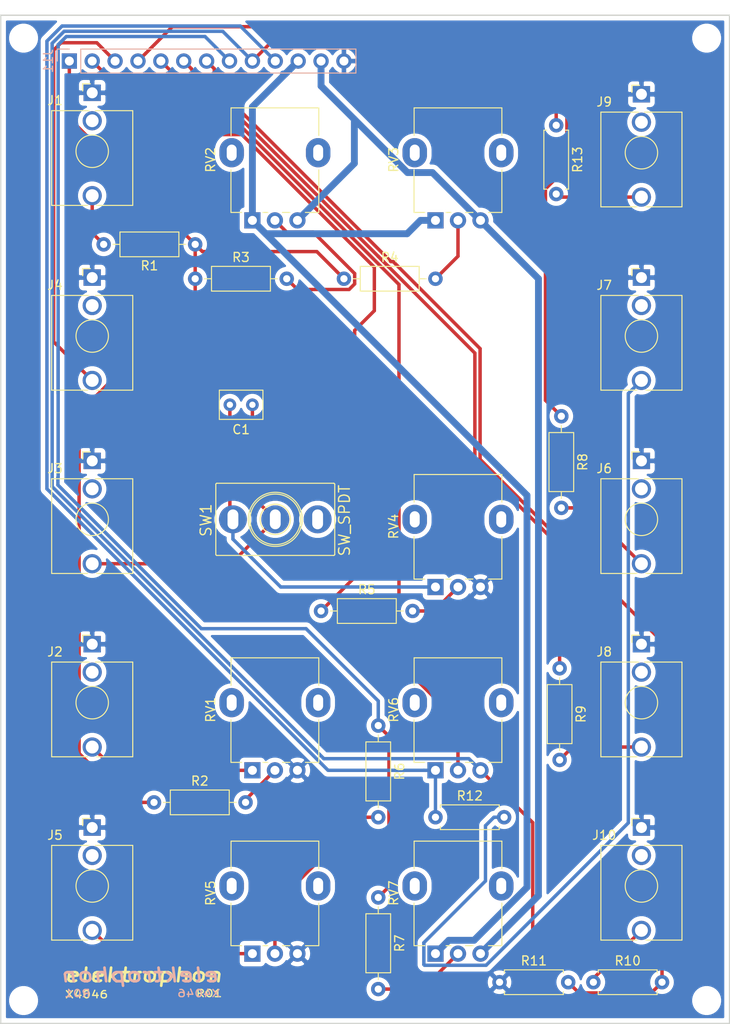
<source format=kicad_pcb>
(kicad_pcb (version 20171130) (host pcbnew 5.1.4-e60b266~84~ubuntu19.04.1)
  (layers (0 F.Cu signal) (31 B.Cu signal) (34 B.Paste user) (35 F.Paste user) (36 B.SilkS user) (37 F.SilkS user) (38 B.Mask user) (39 F.Mask user) (44 Edge.Cuts user))
  (net 0 "")
  (net 1 "Net-(C1-Pad2)")
  (net 2 "Net-(C1-Pad1)")
  (net 3 "Net-(J1-PadT)")
  (net 4 GND)
  (net 5 "Net-(J1-PadTN)")
  (net 6 "Net-(J2-PadT)")
  (net 7 "Net-(J2-PadTN)")
  (net 8 "Net-(J3-PadTN)")
  (net 9 /HARD_SYNC)
  (net 10 "Net-(J4-PadTN)")
  (net 11 "Net-(J5-PadT)")
  (net 12 "Net-(J5-PadTN)")
  (net 13 "Net-(J6-PadT)")
  (net 14 "Net-(J6-PadTN)")
  (net 15 "Net-(J7-PadT)")
  (net 16 "Net-(J7-PadTN)")
  (net 17 "Net-(J8-PadT)")
  (net 18 "Net-(J8-PadTN)")
  (net 19 "Net-(J9-PadT)")
  (net 20 "Net-(J9-PadTN)")
  (net 21 "Net-(J10-PadT)")
  (net 22 "Net-(J10-PadTN)")
  (net 23 -15V)
  (net 24 +15V)
  (net 25 /PULSE)
  (net 26 /SAW)
  (net 27 /RAMPOID)
  (net 28 /TRIANGLE)
  (net 29 /SINE)
  (net 30 /PWM)
  (net 31 /SKEW)
  (net 32 /LIN_FM)
  (net 33 /EXP_FM)
  (net 34 "Net-(R2-Pad2)")
  (net 35 "Net-(R3-Pad2)")
  (net 36 "Net-(R4-Pad2)")
  (net 37 "Net-(R5-Pad2)")
  (net 38 "Net-(R6-Pad2)")
  (net 39 "Net-(R7-Pad2)")
  (net 40 "Net-(SW1-Pad3)")
  (module MountingHole:MountingHole_2.2mm_M2 (layer F.Cu) (at 119 43.18)
    (fp_text reference REF** hide)
    (fp_text value MountingHole_2.2mm_M2 hide)
    (pad 1 np_thru_hole circle (at 0 0) (size 2.2 2.2) (drill 2.2) (layers *.Cu *.Mask))
  )
  (module MountingHole:MountingHole_2.2mm_M2 (layer F.Cu) (at 119 149.86)
    (fp_text reference REF** hide)
    (fp_text value MountingHole_2.2mm_M2 hide)
    (pad 1 np_thru_hole circle (at 0 0) (size 2.2 2.2) (drill 2.2) (layers *.Cu *.Mask))
  )
  (module MountingHole:MountingHole_2.2mm_M2 (layer F.Cu) (at 43.18 149.86)
    (fp_text reference REF** hide)
    (fp_text value MountingHole_2.2mm_M2 hide)
    (pad 1 np_thru_hole circle (at 0 0) (size 2.2 2.2) (drill 2.2) (layers *.Cu *.Mask))
  )
  (module MountingHole:MountingHole_2.2mm_M2 (layer F.Cu) (at 43.18 43.18)
    (fp_text reference REF** hide)
    (fp_text value MountingHole_2.2mm_M2 hide)
    (pad 1 np_thru_hole circle (at 0 0) (size 2.2 2.2) (drill 2.2) (layers *.Cu *.Mask))
  )
  (module Capacitor_THT:C_Rect_L4.6mm_W3.0mm_P2.50mm_MKS02_FKP02 (layer F.Cu) (at 68.58 83.82 180)
    (fp_text reference C1 (at 1.25 -2.75) (layer F.SilkS))
    (fp_text value 0.22u)
    (pad 2 thru_hole circle (at 2.5 0 180) (size 1.4 1.4) (drill 0.7) (layers *.Cu *.Mask) (net 1 "Net-(C1-Pad2)"))
    (pad 1 thru_hole circle (at 0 0 180) (size 1.4 1.4) (drill 0.7) (layers *.Cu *.Mask) (net 2 "Net-(C1-Pad1)"))
  )
  (module 4ms-footprints:SPDT_KIT (layer F.Cu) (at 71.12 96.52 90)
    (fp_text reference SW1 (at -2.032 -6.985 90) (layer F.SilkS) (effects (font (size 1.2065 1.2065) (thickness 0.1524)) (justify left bottom)))
    (fp_text value SW_SPDT (at -4.191 8.382 90) (layer F.SilkS) (effects (font (size 1.2065 1.2065) (thickness 0.1524)) (justify left bottom)))
    (pad 1 thru_hole circle (at 0 -4.7 90) (size 3.1 3.1) (drill oval 2.2 1.2) (layers *.Cu *.Mask) (net 1 "Net-(C1-Pad2)"))
    (pad 2 thru_hole circle (at 0 0 90) (size 3.1 3.1) (drill oval 2.2 1.2) (layers *.Cu *.Mask) (net 2 "Net-(C1-Pad1)"))
    (pad 3 thru_hole circle (at 0 4.7 90) (size 3.1 3.1) (drill oval 2.2 1.2) (layers *.Cu *.Mask) (net 40 "Net-(SW1-Pad3)"))
  )
  (module Resistor_THT:R_Axial_DIN0207_L6.3mm_D2.5mm_P10.16mm_Horizontal (layer F.Cu) (at 102.68 113.03 270)
    (fp_text reference R9 (at 5.08 -2.37 90) (layer F.SilkS))
    (fp_text value 1k)
    (pad 2 thru_hole oval (at 10.16 0 270) (size 1.6 1.6) (drill 0.8) (layers *.Cu *.Mask) (net 17 "Net-(J8-PadT)"))
    (pad 1 thru_hole circle (at 0 0 270) (size 1.6 1.6) (drill 0.8) (layers *.Cu *.Mask) (net 27 /RAMPOID))
  )
  (module Resistor_THT:R_Axial_DIN0207_L6.3mm_D2.5mm_P10.16mm_Horizontal (layer F.Cu) (at 102.87 85.09 270)
    (fp_text reference R8 (at 5.08 -2.37 90) (layer F.SilkS))
    (fp_text value 1k)
    (pad 2 thru_hole oval (at 10.16 0 270) (size 1.6 1.6) (drill 0.8) (layers *.Cu *.Mask) (net 13 "Net-(J6-PadT)"))
    (pad 1 thru_hole circle (at 0 0 270) (size 1.6 1.6) (drill 0.8) (layers *.Cu *.Mask) (net 29 /SINE))
  )
  (module Resistor_THT:R_Axial_DIN0207_L6.3mm_D2.5mm_P10.16mm_Horizontal (layer F.Cu) (at 82.55 138.43 270)
    (fp_text reference R7 (at 5.08 -2.37 90) (layer F.SilkS))
    (fp_text value 330k)
    (pad 2 thru_hole oval (at 10.16 0 270) (size 1.6 1.6) (drill 0.8) (layers *.Cu *.Mask) (net 39 "Net-(R7-Pad2)"))
    (pad 1 thru_hole circle (at 0 0 270) (size 1.6 1.6) (drill 0.8) (layers *.Cu *.Mask) (net 30 /PWM))
  )
  (module Resistor_THT:R_Axial_DIN0207_L6.3mm_D2.5mm_P10.16mm_Horizontal (layer F.Cu) (at 82.55 119.38 270)
    (fp_text reference R6 (at 5.08 -2.37 90) (layer F.SilkS))
    (fp_text value 100k)
    (pad 2 thru_hole oval (at 10.16 0 270) (size 1.6 1.6) (drill 0.8) (layers *.Cu *.Mask) (net 38 "Net-(R6-Pad2)"))
    (pad 1 thru_hole circle (at 0 0 270) (size 1.6 1.6) (drill 0.8) (layers *.Cu *.Mask) (net 30 /PWM))
  )
  (module Resistor_THT:R_Axial_DIN0207_L6.3mm_D2.5mm_P10.16mm_Horizontal (layer F.Cu) (at 76.2 106.68)
    (fp_text reference R5 (at 5.08 -2.37) (layer F.SilkS))
    (fp_text value 100k)
    (pad 2 thru_hole oval (at 10.16 0) (size 1.6 1.6) (drill 0.8) (layers *.Cu *.Mask) (net 37 "Net-(R5-Pad2)"))
    (pad 1 thru_hole circle (at 0 0) (size 1.6 1.6) (drill 0.8) (layers *.Cu *.Mask) (net 32 /LIN_FM))
  )
  (module Resistor_THT:R_Axial_DIN0207_L6.3mm_D2.5mm_P10.16mm_Horizontal (layer F.Cu) (at 78.74 69.85)
    (fp_text reference R4 (at 5.08 -2.37) (layer F.SilkS))
    (fp_text value 3M3)
    (pad 2 thru_hole oval (at 10.16 0) (size 1.6 1.6) (drill 0.8) (layers *.Cu *.Mask) (net 36 "Net-(R4-Pad2)"))
    (pad 1 thru_hole circle (at 0 0) (size 1.6 1.6) (drill 0.8) (layers *.Cu *.Mask) (net 33 /EXP_FM))
  )
  (module Resistor_THT:R_Axial_DIN0207_L6.3mm_D2.5mm_P10.16mm_Horizontal (layer F.Cu) (at 62.23 69.85)
    (fp_text reference R3 (at 5.08 -2.37) (layer F.SilkS))
    (fp_text value 100k)
    (pad 2 thru_hole oval (at 10.16 0) (size 1.6 1.6) (drill 0.8) (layers *.Cu *.Mask) (net 35 "Net-(R3-Pad2)"))
    (pad 1 thru_hole circle (at 0 0) (size 1.6 1.6) (drill 0.8) (layers *.Cu *.Mask) (net 33 /EXP_FM))
  )
  (module Resistor_THT:R_Axial_DIN0207_L6.3mm_D2.5mm_P10.16mm_Horizontal (layer F.Cu) (at 57.660001 127.895001)
    (fp_text reference R2 (at 5.08 -2.37) (layer F.SilkS))
    (fp_text value 100k)
    (pad 2 thru_hole oval (at 10.16 0) (size 1.6 1.6) (drill 0.8) (layers *.Cu *.Mask) (net 34 "Net-(R2-Pad2)"))
    (pad 1 thru_hole circle (at 0 0) (size 1.6 1.6) (drill 0.8) (layers *.Cu *.Mask) (net 33 /EXP_FM))
  )
  (module Resistor_THT:R_Axial_DIN0207_L6.3mm_D2.5mm_P10.16mm_Horizontal (layer F.Cu) (at 62.23 66.04 180)
    (fp_text reference R1 (at 5.08 -2.37) (layer F.SilkS))
    (fp_text value 100k)
    (pad 2 thru_hole oval (at 10.16 0 180) (size 1.6 1.6) (drill 0.8) (layers *.Cu *.Mask) (net 3 "Net-(J1-PadT)"))
    (pad 1 thru_hole circle (at 0 0 180) (size 1.6 1.6) (drill 0.8) (layers *.Cu *.Mask) (net 33 /EXP_FM))
  )
  (module elektrophon:Potentiometer_Alpha_RD901F-40-00D_Single_Vertical (layer F.Cu) (at 91.44 55.88 90)
    (fp_text reference RV3 (at -0.79 -7.18 270) (layer F.SilkS))
    (fp_text value 100k)
    (pad "" thru_hole oval (at 0 -4.84 180) (size 2.72 3.24) (drill oval 1.1 1.8) (layers *.Cu *.Mask))
    (pad "" thru_hole oval (at 0 4.76 180) (size 2.72 3.24) (drill oval 1.1 1.8) (layers *.Cu *.Mask))
    (pad 3 thru_hole circle (at -7.5 2.46 180) (size 1.8 1.8) (drill 1) (layers *.Cu *.Mask) (net 23 -15V))
    (pad 2 thru_hole circle (at -7.5 -0.04 180) (size 1.8 1.8) (drill 1) (layers *.Cu *.Mask) (net 36 "Net-(R4-Pad2)"))
    (pad 1 thru_hole rect (at -7.5 -2.54 180) (size 1.8 1.8) (drill 1) (layers *.Cu *.Mask) (net 24 +15V))
  )
  (module elektrophon:Jack_3.5mm_QingPu_WQP-PJ398SM_Vertical_CircularHoles (layer F.Cu) (at 111.76 137.16)
    (fp_text reference J10 (at -4.13 -5.63) (layer F.SilkS))
    (fp_text value AudioJack2_SwitchT)
    (pad TN thru_hole circle (at 0 -3.38 180) (size 2.13 2.13) (drill 1.42) (layers *.Cu *.Mask) (net 22 "Net-(J10-PadTN)"))
    (pad S thru_hole rect (at 0 -6.48 180) (size 1.93 1.83) (drill 1.22) (layers *.Cu *.Mask) (net 4 GND))
    (pad T thru_hole circle (at 0 4.92 180) (size 2.13 2.13) (drill 1.43) (layers *.Cu *.Mask) (net 21 "Net-(J10-PadT)"))
  )
  (module elektrophon:Jack_3.5mm_QingPu_WQP-PJ398SM_Vertical_CircularHoles (layer F.Cu) (at 111.76 55.88)
    (fp_text reference J9 (at -4.13 -5.63) (layer F.SilkS))
    (fp_text value AudioJack2_SwitchT)
    (pad TN thru_hole circle (at 0 -3.38 180) (size 2.13 2.13) (drill 1.42) (layers *.Cu *.Mask) (net 20 "Net-(J9-PadTN)"))
    (pad S thru_hole rect (at 0 -6.48 180) (size 1.93 1.83) (drill 1.22) (layers *.Cu *.Mask) (net 4 GND))
    (pad T thru_hole circle (at 0 4.92 180) (size 2.13 2.13) (drill 1.43) (layers *.Cu *.Mask) (net 19 "Net-(J9-PadT)"))
  )
  (module elektrophon:Jack_3.5mm_QingPu_WQP-PJ398SM_Vertical_CircularHoles (layer F.Cu) (at 111.76 116.84)
    (fp_text reference J8 (at -4.13 -5.63) (layer F.SilkS))
    (fp_text value AudioJack2_SwitchT)
    (pad TN thru_hole circle (at 0 -3.38 180) (size 2.13 2.13) (drill 1.42) (layers *.Cu *.Mask) (net 18 "Net-(J8-PadTN)"))
    (pad S thru_hole rect (at 0 -6.48 180) (size 1.93 1.83) (drill 1.22) (layers *.Cu *.Mask) (net 4 GND))
    (pad T thru_hole circle (at 0 4.92 180) (size 2.13 2.13) (drill 1.43) (layers *.Cu *.Mask) (net 17 "Net-(J8-PadT)"))
  )
  (module elektrophon:Jack_3.5mm_QingPu_WQP-PJ398SM_Vertical_CircularHoles (layer F.Cu) (at 111.76 76.2)
    (fp_text reference J7 (at -4.13 -5.63) (layer F.SilkS))
    (fp_text value AudioJack2_SwitchT)
    (pad TN thru_hole circle (at 0 -3.38 180) (size 2.13 2.13) (drill 1.42) (layers *.Cu *.Mask) (net 16 "Net-(J7-PadTN)"))
    (pad S thru_hole rect (at 0 -6.48 180) (size 1.93 1.83) (drill 1.22) (layers *.Cu *.Mask) (net 4 GND))
    (pad T thru_hole circle (at 0 4.92 180) (size 2.13 2.13) (drill 1.43) (layers *.Cu *.Mask) (net 15 "Net-(J7-PadT)"))
  )
  (module elektrophon:Jack_3.5mm_QingPu_WQP-PJ398SM_Vertical_CircularHoles (layer F.Cu) (at 111.76 96.52)
    (fp_text reference J6 (at -4.13 -5.63) (layer F.SilkS))
    (fp_text value AudioJack2_SwitchT)
    (pad TN thru_hole circle (at 0 -3.38 180) (size 2.13 2.13) (drill 1.42) (layers *.Cu *.Mask) (net 14 "Net-(J6-PadTN)"))
    (pad S thru_hole rect (at 0 -6.48 180) (size 1.93 1.83) (drill 1.22) (layers *.Cu *.Mask) (net 4 GND))
    (pad T thru_hole circle (at 0 4.92 180) (size 2.13 2.13) (drill 1.43) (layers *.Cu *.Mask) (net 13 "Net-(J6-PadT)"))
  )
  (module elektrophon:Jack_3.5mm_QingPu_WQP-PJ398SM_Vertical_CircularHoles (layer F.Cu) (at 50.8 137.16)
    (fp_text reference J5 (at -4.13 -5.63) (layer F.SilkS))
    (fp_text value AudioJack2_SwitchT)
    (pad TN thru_hole circle (at 0 -3.38 180) (size 2.13 2.13) (drill 1.42) (layers *.Cu *.Mask) (net 12 "Net-(J5-PadTN)"))
    (pad S thru_hole rect (at 0 -6.48 180) (size 1.93 1.83) (drill 1.22) (layers *.Cu *.Mask) (net 4 GND))
    (pad T thru_hole circle (at 0 4.92 180) (size 2.13 2.13) (drill 1.43) (layers *.Cu *.Mask) (net 11 "Net-(J5-PadT)"))
  )
  (module elektrophon:Jack_3.5mm_QingPu_WQP-PJ398SM_Vertical_CircularHoles (layer F.Cu) (at 50.8 76.2)
    (fp_text reference J4 (at -4.13 -5.63) (layer F.SilkS))
    (fp_text value AudioJack2_SwitchT)
    (pad TN thru_hole circle (at 0 -3.38 180) (size 2.13 2.13) (drill 1.42) (layers *.Cu *.Mask) (net 10 "Net-(J4-PadTN)"))
    (pad S thru_hole rect (at 0 -6.48 180) (size 1.93 1.83) (drill 1.22) (layers *.Cu *.Mask) (net 4 GND))
    (pad T thru_hole circle (at 0 4.92 180) (size 2.13 2.13) (drill 1.43) (layers *.Cu *.Mask) (net 9 /HARD_SYNC))
  )
  (module elektrophon:Jack_3.5mm_QingPu_WQP-PJ398SM_Vertical_CircularHoles (layer F.Cu) (at 50.8 96.52)
    (fp_text reference J3 (at -4.13 -5.63) (layer F.SilkS))
    (fp_text value AudioJack2_SwitchT)
    (pad TN thru_hole circle (at 0 -3.38 180) (size 2.13 2.13) (drill 1.42) (layers *.Cu *.Mask) (net 8 "Net-(J3-PadTN)"))
    (pad S thru_hole rect (at 0 -6.48 180) (size 1.93 1.83) (drill 1.22) (layers *.Cu *.Mask) (net 4 GND))
    (pad T thru_hole circle (at 0 4.92 180) (size 2.13 2.13) (drill 1.43) (layers *.Cu *.Mask) (net 2 "Net-(C1-Pad1)"))
  )
  (module elektrophon:Jack_3.5mm_QingPu_WQP-PJ398SM_Vertical_CircularHoles (layer F.Cu) (at 50.8 116.84)
    (fp_text reference J2 (at -4.13 -5.63) (layer F.SilkS))
    (fp_text value AudioJack2_SwitchT)
    (pad TN thru_hole circle (at 0 -3.38 180) (size 2.13 2.13) (drill 1.42) (layers *.Cu *.Mask) (net 7 "Net-(J2-PadTN)"))
    (pad S thru_hole rect (at 0 -6.48 180) (size 1.93 1.83) (drill 1.22) (layers *.Cu *.Mask) (net 4 GND))
    (pad T thru_hole circle (at 0 4.92 180) (size 2.13 2.13) (drill 1.43) (layers *.Cu *.Mask) (net 6 "Net-(J2-PadT)"))
  )
  (module elektrophon:Jack_3.5mm_QingPu_WQP-PJ398SM_Vertical_CircularHoles (layer F.Cu) (at 50.8 55.72)
    (fp_text reference J1 (at -4.13 -5.63) (layer F.SilkS))
    (fp_text value AudioJack2_SwitchT)
    (pad TN thru_hole circle (at 0 -3.38 180) (size 2.13 2.13) (drill 1.42) (layers *.Cu *.Mask) (net 5 "Net-(J1-PadTN)"))
    (pad S thru_hole rect (at 0 -6.48 180) (size 1.93 1.83) (drill 1.22) (layers *.Cu *.Mask) (net 4 GND))
    (pad T thru_hole circle (at 0 4.92 180) (size 2.13 2.13) (drill 1.43) (layers *.Cu *.Mask) (net 3 "Net-(J1-PadT)"))
  )
  (module elektrophon:Potentiometer_Alpha_RD901F-40-00D_Single_Vertical (layer F.Cu) (at 91.44 137.16 90)
    (fp_text reference RV7 (at -0.79 -7.18 270) (layer F.SilkS))
    (fp_text value 500k)
    (pad "" thru_hole oval (at 0 -4.84 180) (size 2.72 3.24) (drill oval 1.1 1.8) (layers *.Cu *.Mask))
    (pad "" thru_hole oval (at 0 4.76 180) (size 2.72 3.24) (drill oval 1.1 1.8) (layers *.Cu *.Mask))
    (pad 3 thru_hole circle (at -7.5 2.46 180) (size 1.8 1.8) (drill 1) (layers *.Cu *.Mask) (net 23 -15V))
    (pad 2 thru_hole circle (at -7.5 -0.04 180) (size 1.8 1.8) (drill 1) (layers *.Cu *.Mask) (net 39 "Net-(R7-Pad2)"))
    (pad 1 thru_hole rect (at -7.5 -2.54 180) (size 1.8 1.8) (drill 1) (layers *.Cu *.Mask) (net 24 +15V))
  )
  (module elektrophon:Potentiometer_Alpha_RD901F-40-00D_Single_Vertical (layer F.Cu) (at 91.44 116.84 90)
    (fp_text reference RV6 (at -0.79 -7.18 270) (layer F.SilkS))
    (fp_text value 500k)
    (pad "" thru_hole oval (at 0 -4.84 180) (size 2.72 3.24) (drill oval 1.1 1.8) (layers *.Cu *.Mask))
    (pad "" thru_hole oval (at 0 4.76 180) (size 2.72 3.24) (drill oval 1.1 1.8) (layers *.Cu *.Mask))
    (pad 3 thru_hole circle (at -7.5 2.46 180) (size 1.8 1.8) (drill 1) (layers *.Cu *.Mask) (net 26 /SAW))
    (pad 2 thru_hole circle (at -7.5 -0.04 180) (size 1.8 1.8) (drill 1) (layers *.Cu *.Mask) (net 31 /SKEW))
    (pad 1 thru_hole rect (at -7.5 -2.54 180) (size 1.8 1.8) (drill 1) (layers *.Cu *.Mask) (net 28 /TRIANGLE))
  )
  (module elektrophon:Potentiometer_Alpha_RD901F-40-00D_Single_Vertical (layer F.Cu) (at 71.12 137.16 90)
    (fp_text reference RV5 (at -0.79 -7.18 270) (layer F.SilkS))
    (fp_text value 100k)
    (pad "" thru_hole oval (at 0 -4.84 180) (size 2.72 3.24) (drill oval 1.1 1.8) (layers *.Cu *.Mask))
    (pad "" thru_hole oval (at 0 4.76 180) (size 2.72 3.24) (drill oval 1.1 1.8) (layers *.Cu *.Mask))
    (pad 3 thru_hole circle (at -7.5 2.46 180) (size 1.8 1.8) (drill 1) (layers *.Cu *.Mask) (net 4 GND))
    (pad 2 thru_hole circle (at -7.5 -0.04 180) (size 1.8 1.8) (drill 1) (layers *.Cu *.Mask) (net 38 "Net-(R6-Pad2)"))
    (pad 1 thru_hole rect (at -7.5 -2.54 180) (size 1.8 1.8) (drill 1) (layers *.Cu *.Mask) (net 11 "Net-(J5-PadT)"))
  )
  (module elektrophon:Potentiometer_Alpha_RD901F-40-00D_Single_Vertical (layer F.Cu) (at 91.44 96.52 90)
    (fp_text reference RV4 (at -0.79 -7.18 270) (layer F.SilkS))
    (fp_text value 100k)
    (pad "" thru_hole oval (at 0 -4.84 180) (size 2.72 3.24) (drill oval 1.1 1.8) (layers *.Cu *.Mask))
    (pad "" thru_hole oval (at 0 4.76 180) (size 2.72 3.24) (drill oval 1.1 1.8) (layers *.Cu *.Mask))
    (pad 3 thru_hole circle (at -7.5 2.46 180) (size 1.8 1.8) (drill 1) (layers *.Cu *.Mask) (net 4 GND))
    (pad 2 thru_hole circle (at -7.5 -0.04 180) (size 1.8 1.8) (drill 1) (layers *.Cu *.Mask) (net 37 "Net-(R5-Pad2)"))
    (pad 1 thru_hole rect (at -7.5 -2.54 180) (size 1.8 1.8) (drill 1) (layers *.Cu *.Mask) (net 1 "Net-(C1-Pad2)"))
  )
  (module elektrophon:Potentiometer_Alpha_RD901F-40-00D_Single_Vertical (layer F.Cu) (at 71.12 55.88 90)
    (fp_text reference RV2 (at -0.79 -7.18 270) (layer F.SilkS))
    (fp_text value 100k)
    (pad "" thru_hole oval (at 0 -4.84 180) (size 2.72 3.24) (drill oval 1.1 1.8) (layers *.Cu *.Mask))
    (pad "" thru_hole oval (at 0 4.76 180) (size 2.72 3.24) (drill oval 1.1 1.8) (layers *.Cu *.Mask))
    (pad 3 thru_hole circle (at -7.5 2.46 180) (size 1.8 1.8) (drill 1) (layers *.Cu *.Mask) (net 23 -15V))
    (pad 2 thru_hole circle (at -7.5 -0.04 180) (size 1.8 1.8) (drill 1) (layers *.Cu *.Mask) (net 35 "Net-(R3-Pad2)"))
    (pad 1 thru_hole rect (at -7.5 -2.54 180) (size 1.8 1.8) (drill 1) (layers *.Cu *.Mask) (net 24 +15V))
  )
  (module elektrophon:Potentiometer_Alpha_RD901F-40-00D_Single_Vertical (layer F.Cu) (at 71.12 116.84 90)
    (fp_text reference RV1 (at -0.79 -7.18 270) (layer F.SilkS))
    (fp_text value 100k)
    (pad "" thru_hole oval (at 0 -4.84 180) (size 2.72 3.24) (drill oval 1.1 1.8) (layers *.Cu *.Mask))
    (pad "" thru_hole oval (at 0 4.76 180) (size 2.72 3.24) (drill oval 1.1 1.8) (layers *.Cu *.Mask))
    (pad 3 thru_hole circle (at -7.5 2.46 180) (size 1.8 1.8) (drill 1) (layers *.Cu *.Mask) (net 4 GND))
    (pad 2 thru_hole circle (at -7.5 -0.04 180) (size 1.8 1.8) (drill 1) (layers *.Cu *.Mask) (net 34 "Net-(R2-Pad2)"))
    (pad 1 thru_hole rect (at -7.5 -2.54 180) (size 1.8 1.8) (drill 1) (layers *.Cu *.Mask) (net 6 "Net-(J2-PadT)"))
  )
  (module Connector_PinHeader_2.54mm:PinHeader_1x13_P2.54mm_Vertical (layer B.Cu) (at 48.26 45.72 270)
    (fp_text reference J11 (at 0 2.33 90) (layer B.SilkS) (effects (justify mirror)))
    (fp_text value Conn_01x13_Male)
    (pad 13 thru_hole oval (at 0 -30.48 270) (size 1.7 1.7) (drill 1) (layers *.Cu *.Mask) (net 4 GND))
    (pad 12 thru_hole oval (at 0 -27.94 270) (size 1.7 1.7) (drill 1) (layers *.Cu *.Mask) (net 23 -15V))
    (pad 11 thru_hole oval (at 0 -25.4 270) (size 1.7 1.7) (drill 1) (layers *.Cu *.Mask) (net 24 +15V))
    (pad 10 thru_hole oval (at 0 -22.86 270) (size 1.7 1.7) (drill 1) (layers *.Cu *.Mask) (net 28 /TRIANGLE))
    (pad 9 thru_hole oval (at 0 -20.32 270) (size 1.7 1.7) (drill 1) (layers *.Cu *.Mask) (net 26 /SAW))
    (pad 8 thru_hole oval (at 0 -17.78 270) (size 1.7 1.7) (drill 1) (layers *.Cu *.Mask) (net 30 /PWM))
    (pad 7 thru_hole oval (at 0 -15.24 270) (size 1.7 1.7) (drill 1) (layers *.Cu *.Mask) (net 25 /PULSE))
    (pad 6 thru_hole oval (at 0 -12.7 270) (size 1.7 1.7) (drill 1) (layers *.Cu *.Mask) (net 27 /RAMPOID))
    (pad 5 thru_hole oval (at 0 -10.16 270) (size 1.7 1.7) (drill 1) (layers *.Cu *.Mask) (net 31 /SKEW))
    (pad 4 thru_hole oval (at 0 -7.62 270) (size 1.7 1.7) (drill 1) (layers *.Cu *.Mask) (net 29 /SINE))
    (pad 3 thru_hole oval (at 0 -5.08 270) (size 1.7 1.7) (drill 1) (layers *.Cu *.Mask) (net 9 /HARD_SYNC))
    (pad 2 thru_hole oval (at 0 -2.54 270) (size 1.7 1.7) (drill 1) (layers *.Cu *.Mask) (net 32 /LIN_FM))
    (pad 1 thru_hole rect (at 0 0 270) (size 1.7 1.7) (drill 1) (layers *.Cu *.Mask) (net 33 /EXP_FM))
  )
  (module Resistor_THT:R_Axial_DIN0207_L6.3mm_D2.5mm_P7.62mm_Horizontal (layer F.Cu) (at 106.426 147.828)
    (fp_text reference R10 (at 3.81 -2.37) (layer F.SilkS))
    (fp_text value 3k)
    (pad 2 thru_hole oval (at 7.62 0) (size 1.6 1.6) (drill 0.8) (layers *.Cu *.Mask) (net 25 /PULSE))
    (pad 1 thru_hole circle (at 0 0) (size 1.6 1.6) (drill 0.8) (layers *.Cu *.Mask) (net 21 "Net-(J10-PadT)"))
  )
  (module Resistor_THT:R_Axial_DIN0207_L6.3mm_D2.5mm_P7.62mm_Horizontal (layer F.Cu) (at 96.012 147.828)
    (fp_text reference R11 (at 3.81 -2.37) (layer F.SilkS))
    (fp_text value 1k8)
    (pad 2 thru_hole oval (at 7.62 0) (size 1.6 1.6) (drill 0.8) (layers *.Cu *.Mask) (net 25 /PULSE))
    (pad 1 thru_hole circle (at 0 0) (size 1.6 1.6) (drill 0.8) (layers *.Cu *.Mask) (net 4 GND))
  )
  (module Resistor_THT:R_Axial_DIN0207_L6.3mm_D2.5mm_P7.62mm_Horizontal (layer F.Cu) (at 88.9 129.54)
    (fp_text reference R12 (at 3.81 -2.37) (layer F.SilkS))
    (fp_text value 1k)
    (pad 2 thru_hole oval (at 7.62 0) (size 1.6 1.6) (drill 0.8) (layers *.Cu *.Mask) (net 15 "Net-(J7-PadT)"))
    (pad 1 thru_hole circle (at 0 0) (size 1.6 1.6) (drill 0.8) (layers *.Cu *.Mask) (net 28 /TRIANGLE))
  )
  (module Resistor_THT:R_Axial_DIN0207_L6.3mm_D2.5mm_P7.62mm_Horizontal (layer F.Cu) (at 102.3 52.84 270)
    (fp_text reference R13 (at 3.81 -2.37 90) (layer F.SilkS))
    (fp_text value 1k)
    (pad 2 thru_hole oval (at 7.62 0 270) (size 1.6 1.6) (drill 0.8) (layers *.Cu *.Mask) (net 19 "Net-(J9-PadT)"))
    (pad 1 thru_hole circle (at 0 0 270) (size 1.6 1.6) (drill 0.8) (layers *.Cu *.Mask) (net 26 /SAW))
  )
  (gr_text R01 (at 63.769 149.067) (layer F.SilkS) (effects (font (size 0.8 1))))
  (gr_text elektrophon (at 56.149 147.035) (layer B.SilkS) (effects (font (size 1.5 2) (thickness 0.3) italic) (justify mirror)))
  (gr_text X4046 (at 50.18 149.194) (layer F.SilkS) (effects (font (size 0.8 1))))
  (gr_text R01 (at 49.164 149.067) (layer B.SilkS) (effects (font (size 0.8 1)) (justify mirror)))
  (gr_text elektrophon (at 56.53 147.035) (layer F.SilkS) (effects (font (size 1.5 2) (thickness 0.3) italic)))
  (gr_text X4046 (at 62.626 149.067) (layer B.SilkS) (effects (font (size 0.8 1)) (justify mirror)))
  (gr_line (start 40.64 152.4) (end 40.64 40.64) (layer Edge.Cuts) (width 0.15))
  (gr_line (start 40.64 152.4) (end 121.54 152.4) (layer Edge.Cuts) (width 0.15))
  (gr_line (start 121.54 40.64) (end 121.54 152.4) (layer Edge.Cuts) (width 0.15))
  (gr_line (start 40.64 40.64) (end 121.54 40.64) (layer Edge.Cuts) (width 0.15))
  (segment (start 66.08 96.18) (end 66.42 96.52) (width 0.381) (layer F.Cu) (net 1))
  (segment (start 66.08 83.82) (end 66.08 96.18) (width 0.381) (layer F.Cu) (net 1))
  (segment (start 87.619 104.02) (end 88.9 104.02) (width 0.381) (layer B.Cu) (net 1))
  (segment (start 71.727969 104.02) (end 87.619 104.02) (width 0.381) (layer B.Cu) (net 1))
  (segment (start 66.42 98.712031) (end 71.727969 104.02) (width 0.381) (layer B.Cu) (net 1))
  (segment (start 66.42 96.52) (end 66.42 98.712031) (width 0.381) (layer B.Cu) (net 1))
  (segment (start 68.58 93.98) (end 71.12 96.52) (width 0.381) (layer F.Cu) (net 2))
  (segment (start 68.58 83.82) (end 68.58 93.98) (width 0.381) (layer F.Cu) (net 2))
  (segment (start 66.2 101.44) (end 50.8 101.44) (width 0.381) (layer F.Cu) (net 2))
  (segment (start 71.12 96.52) (end 66.2 101.44) (width 0.381) (layer F.Cu) (net 2))
  (segment (start 50.8 64.77) (end 50.8 60.64) (width 0.381) (layer F.Cu) (net 3))
  (segment (start 52.07 66.04) (end 50.8 64.77) (width 0.381) (layer F.Cu) (net 3))
  (segment (start 53.38 124.34) (end 50.8 121.76) (width 0.381) (layer F.Cu) (net 6))
  (segment (start 68.58 124.34) (end 53.38 124.34) (width 0.381) (layer F.Cu) (net 6))
  (segment (start 49.735001 80.055001) (end 50.8 81.12) (width 0.381) (layer F.Cu) (net 9))
  (segment (start 51.31 43.69) (end 47.34 43.69) (width 0.381) (layer F.Cu) (net 9))
  (segment (start 53.34 45.72) (end 51.31 43.69) (width 0.381) (layer F.Cu) (net 9))
  (segment (start 47.34 43.69) (end 46.52 44.51) (width 0.381) (layer F.Cu) (net 9))
  (segment (start 46.52 76.84) (end 49.735001 80.055001) (width 0.381) (layer F.Cu) (net 9))
  (segment (start 46.52 44.51) (end 46.52 76.84) (width 0.381) (layer F.Cu) (net 9))
  (segment (start 53.38 144.66) (end 50.8 142.08) (width 0.381) (layer F.Cu) (net 11))
  (segment (start 68.58 144.66) (end 53.38 144.66) (width 0.381) (layer F.Cu) (net 11))
  (segment (start 105.57 95.25) (end 104.00137 95.25) (width 0.381) (layer F.Cu) (net 13))
  (segment (start 111.76 101.44) (end 105.57 95.25) (width 0.381) (layer F.Cu) (net 13))
  (segment (start 104.00137 95.25) (end 102.87 95.25) (width 0.381) (layer F.Cu) (net 13))
  (segment (start 110.304499 82.575501) (end 110.695001 82.184999) (width 0.381) (layer B.Cu) (net 15))
  (segment (start 94.519441 145.950501) (end 110.304499 130.165443) (width 0.381) (layer B.Cu) (net 15))
  (segment (start 87.687599 145.950501) (end 94.519441 145.950501) (width 0.381) (layer B.Cu) (net 15))
  (segment (start 87.609499 145.872401) (end 87.687599 145.950501) (width 0.381) (layer B.Cu) (net 15))
  (segment (start 87.609499 143.447599) (end 87.609499 145.872401) (width 0.381) (layer B.Cu) (net 15))
  (segment (start 94.44949 136.607608) (end 87.609499 143.447599) (width 0.381) (layer B.Cu) (net 15))
  (segment (start 110.695001 82.184999) (end 111.76 81.12) (width 0.381) (layer B.Cu) (net 15))
  (segment (start 110.304499 130.165443) (end 110.304499 82.575501) (width 0.381) (layer B.Cu) (net 15))
  (segment (start 94.44949 130.47914) (end 94.44949 131.52051) (width 0.381) (layer B.Cu) (net 15))
  (segment (start 95.38863 129.54) (end 94.44949 130.47914) (width 0.381) (layer B.Cu) (net 15))
  (segment (start 96.52 129.54) (end 95.38863 129.54) (width 0.381) (layer B.Cu) (net 15))
  (segment (start 94.44949 131.52051) (end 94.44949 136.607608) (width 0.381) (layer B.Cu) (net 15))
  (segment (start 104.11 121.76) (end 102.68 123.19) (width 0.381) (layer F.Cu) (net 17))
  (segment (start 111.76 121.76) (end 104.11 121.76) (width 0.381) (layer F.Cu) (net 17))
  (segment (start 111.92 60.96) (end 111.76 60.8) (width 0.381) (layer F.Cu) (net 19))
  (segment (start 111.42 60.46) (end 111.76 60.8) (width 0.381) (layer F.Cu) (net 19))
  (segment (start 102.64 60.8) (end 102.3 60.46) (width 0.381) (layer F.Cu) (net 19))
  (segment (start 111.76 60.8) (end 102.64 60.8) (width 0.381) (layer F.Cu) (net 19))
  (segment (start 106.426 147.414) (end 106.426 147.828) (width 0.381) (layer F.Cu) (net 21))
  (segment (start 111.76 142.08) (end 106.426 147.414) (width 0.381) (layer F.Cu) (net 21))
  (segment (start 76.2 46.922081) (end 76.2 45.72) (width 0.762) (layer B.Cu) (net 23))
  (segment (start 76.2 48.485002) (end 76.2 46.922081) (width 0.762) (layer B.Cu) (net 23))
  (segment (start 79.897499 57.062501) (end 79.897499 52.182501) (width 0.762) (layer B.Cu) (net 23))
  (segment (start 73.58 63.38) (end 79.897499 57.062501) (width 0.762) (layer B.Cu) (net 23))
  (segment (start 79.897499 52.182501) (end 76.2 48.485002) (width 0.762) (layer B.Cu) (net 23))
  (segment (start 100.33 69.85) (end 88.56101 58.08101) (width 0.762) (layer B.Cu) (net 23))
  (segment (start 88.56101 58.08101) (end 85.796008 58.08101) (width 0.762) (layer B.Cu) (net 23))
  (segment (start 93.9 144.66) (end 100.33 138.23) (width 0.762) (layer B.Cu) (net 23))
  (segment (start 85.796008 58.08101) (end 79.897499 52.182501) (width 0.762) (layer B.Cu) (net 23))
  (segment (start 100.33 138.23) (end 100.33 69.85) (width 0.762) (layer B.Cu) (net 23))
  (segment (start 72.228999 47.151001) (end 72.003997 47.151001) (width 0.762) (layer B.Cu) (net 24))
  (segment (start 73.66 45.72) (end 72.228999 47.151001) (width 0.762) (layer B.Cu) (net 24))
  (segment (start 87.238 63.38) (end 88.9 63.38) (width 0.762) (layer B.Cu) (net 24))
  (segment (start 85.756999 64.861001) (end 87.238 63.38) (width 0.762) (layer B.Cu) (net 24))
  (segment (start 70.061001 64.861001) (end 85.756999 64.861001) (width 0.762) (layer B.Cu) (net 24))
  (segment (start 68.58 63.38) (end 70.061001 64.861001) (width 0.762) (layer B.Cu) (net 24))
  (segment (start 68.58 50.8) (end 73.66 45.72) (width 0.762) (layer B.Cu) (net 24))
  (segment (start 68.58 63.38) (end 68.58 50.8) (width 0.762) (layer B.Cu) (net 24))
  (segment (start 93.186003 143.178999) (end 99.06 137.305002) (width 0.762) (layer B.Cu) (net 24))
  (segment (start 88.9 144.66) (end 90.381001 143.178999) (width 0.762) (layer B.Cu) (net 24))
  (segment (start 99.06 93.86) (end 68.58 63.38) (width 0.762) (layer B.Cu) (net 24))
  (segment (start 99.06 137.305002) (end 99.06 93.86) (width 0.762) (layer B.Cu) (net 24))
  (segment (start 90.381001 143.178999) (end 93.186003 143.178999) (width 0.762) (layer B.Cu) (net 24))
  (segment (start 84.201 67.945) (end 84.915499 68.659499) (width 0.381) (layer F.Cu) (net 25))
  (segment (start 83.947 67.945) (end 84.201 67.945) (width 0.381) (layer F.Cu) (net 25))
  (segment (start 63.5 45.72) (end 64.349999 46.569999) (width 0.381) (layer F.Cu) (net 25))
  (segment (start 64.349999 46.569999) (end 64.349999 48.347999) (width 0.381) (layer F.Cu) (net 25))
  (segment (start 64.349999 48.347999) (end 83.947 67.945) (width 0.381) (layer F.Cu) (net 25))
  (segment (start 113.246001 148.627999) (end 114.046 147.828) (width 0.381) (layer F.Cu) (net 25))
  (segment (start 104.822501 149.018501) (end 112.855499 149.018501) (width 0.381) (layer F.Cu) (net 25))
  (segment (start 112.855499 149.018501) (end 113.246001 148.627999) (width 0.381) (layer F.Cu) (net 25))
  (segment (start 103.632 147.828) (end 104.822501 149.018501) (width 0.381) (layer F.Cu) (net 25))
  (segment (start 114.046 147.828) (end 114.046 110.063098) (width 0.381) (layer F.Cu) (net 25))
  (segment (start 93.853 89.870098) (end 93.853 77.597) (width 0.381) (layer F.Cu) (net 25))
  (segment (start 114.046 110.063098) (end 93.853 89.870098) (width 0.381) (layer F.Cu) (net 25))
  (segment (start 84.201 67.945) (end 93.853 77.597) (width 0.381) (layer F.Cu) (net 25))
  (segment (start 99.695 130.135) (end 99.695 148.59) (width 0.381) (layer F.Cu) (net 26))
  (segment (start 93.9 124.34) (end 99.695 130.135) (width 0.381) (layer F.Cu) (net 26))
  (segment (start 68.58 45.72) (end 71.755 42.545) (width 0.381) (layer F.Cu) (net 26))
  (segment (start 102.3 49.595) (end 102.3 52.84) (width 0.381) (layer F.Cu) (net 26))
  (segment (start 71.755 42.545) (end 95.25 42.545) (width 0.381) (layer F.Cu) (net 26))
  (segment (start 95.25 42.545) (end 102.3 49.595) (width 0.381) (layer F.Cu) (net 26))
  (segment (start 46.355 43.753327) (end 46.355 92.896673) (width 0.381) (layer B.Cu) (net 26))
  (segment (start 92.609499 123.049499) (end 93.000001 123.440001) (width 0.381) (layer B.Cu) (net 26))
  (segment (start 68.58 45.72) (end 65.278989 42.418989) (width 0.381) (layer B.Cu) (net 26))
  (segment (start 93.000001 123.440001) (end 93.9 124.34) (width 0.381) (layer B.Cu) (net 26))
  (segment (start 76.507826 123.049499) (end 92.609499 123.049499) (width 0.381) (layer B.Cu) (net 26))
  (segment (start 46.355 92.896673) (end 76.507826 123.049499) (width 0.381) (layer B.Cu) (net 26))
  (segment (start 65.278989 42.418989) (end 47.689338 42.418989) (width 0.381) (layer B.Cu) (net 26))
  (segment (start 47.689338 42.418989) (end 46.355 43.753327) (width 0.381) (layer B.Cu) (net 26))
  (segment (start 83.706338 68.526011) (end 83.766011 68.526011) (width 0.381) (layer F.Cu) (net 27))
  (segment (start 60.96 45.72) (end 61.809999 46.569999) (width 0.381) (layer F.Cu) (net 27))
  (segment (start 61.809999 46.569999) (end 61.809999 46.629672) (width 0.381) (layer F.Cu) (net 27))
  (segment (start 61.809999 46.629672) (end 82.520164 67.339836) (width 0.381) (layer F.Cu) (net 27))
  (segment (start 82.520164 67.339836) (end 83.706338 68.526011) (width 0.381) (layer F.Cu) (net 27))
  (segment (start 102.68 99.518771) (end 93.271989 90.11076) (width 0.381) (layer F.Cu) (net 27))
  (segment (start 93.271989 78.091661) (end 82.520164 67.339836) (width 0.381) (layer F.Cu) (net 27))
  (segment (start 93.271989 90.11076) (end 93.271989 78.091661) (width 0.381) (layer F.Cu) (net 27))
  (segment (start 102.68 113.03) (end 102.68 99.518771) (width 0.381) (layer F.Cu) (net 27))
  (segment (start 71.12 45.72) (end 67.237978 41.837978) (width 0.381) (layer B.Cu) (net 28))
  (segment (start 67.237978 41.837978) (end 47.448676 41.837978) (width 0.381) (layer B.Cu) (net 28))
  (segment (start 47.448676 41.837978) (end 45.773989 43.512665) (width 0.381) (layer B.Cu) (net 28))
  (segment (start 45.773989 43.512665) (end 45.773989 93.137335) (width 0.381) (layer B.Cu) (net 28))
  (segment (start 87.619 124.34) (end 88.9 124.34) (width 0.381) (layer B.Cu) (net 28))
  (segment (start 76.976654 124.34) (end 87.619 124.34) (width 0.381) (layer B.Cu) (net 28))
  (segment (start 45.773989 93.137335) (end 76.976654 124.34) (width 0.381) (layer B.Cu) (net 28))
  (segment (start 88.9 129.54) (end 88.9 124.34) (width 0.381) (layer B.Cu) (net 28))
  (segment (start 101.109499 83.329499) (end 101.109499 59.888559) (width 0.381) (layer F.Cu) (net 29))
  (segment (start 101.109499 59.888559) (end 103.490501 57.507557) (width 0.381) (layer F.Cu) (net 29))
  (segment (start 56.729999 44.870001) (end 55.88 45.72) (width 0.381) (layer F.Cu) (net 29))
  (segment (start 103.490501 49.963828) (end 95.436673 41.91) (width 0.381) (layer F.Cu) (net 29))
  (segment (start 95.436673 41.91) (end 59.69 41.91) (width 0.381) (layer F.Cu) (net 29))
  (segment (start 102.87 85.09) (end 101.109499 83.329499) (width 0.381) (layer F.Cu) (net 29))
  (segment (start 103.490501 57.507557) (end 103.490501 49.963828) (width 0.381) (layer F.Cu) (net 29))
  (segment (start 59.69 41.91) (end 56.729999 44.870001) (width 0.381) (layer F.Cu) (net 29))
  (segment (start 83.740501 137.239499) (end 83.740501 120.570501) (width 0.381) (layer F.Cu) (net 30))
  (segment (start 83.349999 120.179999) (end 82.55 119.38) (width 0.381) (layer F.Cu) (net 30))
  (segment (start 83.740501 120.570501) (end 83.349999 120.179999) (width 0.381) (layer F.Cu) (net 30))
  (segment (start 82.55 138.43) (end 83.740501 137.239499) (width 0.381) (layer F.Cu) (net 30))
  (segment (start 47.019499 76.864499) (end 47.019499 82.579499) (width 0.381) (layer B.Cu) (net 30))
  (segment (start 47.019499 91.841672) (end 47.019499 76.864499) (width 0.381) (layer B.Cu) (net 30))
  (segment (start 46.99 91.871171) (end 47.019499 91.841672) (width 0.381) (layer B.Cu) (net 30))
  (segment (start 82.55 116.653327) (end 74.535662 108.638989) (width 0.381) (layer B.Cu) (net 30))
  (segment (start 82.55 119.38) (end 82.55 116.653327) (width 0.381) (layer B.Cu) (net 30))
  (segment (start 74.535662 108.638989) (end 62.918989 108.638989) (width 0.381) (layer B.Cu) (net 30))
  (segment (start 62.918989 108.638989) (end 46.99 92.71) (width 0.381) (layer B.Cu) (net 30))
  (segment (start 46.99 92.71) (end 46.99 91.871171) (width 0.381) (layer B.Cu) (net 30))
  (segment (start 63.32 43) (end 47.93 43) (width 0.381) (layer B.Cu) (net 30))
  (segment (start 47.019499 43.910501) (end 47.019499 76.864499) (width 0.381) (layer B.Cu) (net 30))
  (segment (start 47.93 43) (end 47.019499 43.910501) (width 0.381) (layer B.Cu) (net 30))
  (segment (start 66.04 45.72) (end 63.32 43) (width 0.381) (layer B.Cu) (net 30))
  (segment (start 91.4 121.118) (end 91.4 124.34) (width 0.381) (layer F.Cu) (net 31))
  (segment (start 91.4 119.492406) (end 91.4 121.118) (width 0.381) (layer F.Cu) (net 31))
  (segment (start 91.4 118.904406) (end 91.4 121.118) (width 0.381) (layer F.Cu) (net 31))
  (segment (start 58.42 45.72) (end 65.988479 53.288479) (width 0.381) (layer F.Cu) (net 31))
  (segment (start 65.988479 53.288479) (end 67.647134 53.288479) (width 0.381) (layer F.Cu) (net 31))
  (segment (start 67.647134 53.288479) (end 84.84949 70.490835) (width 0.381) (layer F.Cu) (net 31))
  (segment (start 84.84949 70.490835) (end 84.84949 112.353896) (width 0.381) (layer F.Cu) (net 31))
  (segment (start 84.84949 112.353896) (end 91.4 118.904406) (width 0.381) (layer F.Cu) (net 31))
  (segment (start 82.115009 68.578026) (end 82.115009 73.392663) (width 0.381) (layer F.Cu) (net 32))
  (segment (start 79.930501 75.577171) (end 79.930501 102.949499) (width 0.381) (layer F.Cu) (net 32))
  (segment (start 67.406473 53.86949) (end 82.115009 68.578026) (width 0.381) (layer F.Cu) (net 32))
  (segment (start 82.115009 73.392663) (end 79.930501 75.577171) (width 0.381) (layer F.Cu) (net 32))
  (segment (start 76.999999 105.880001) (end 76.2 106.68) (width 0.381) (layer F.Cu) (net 32))
  (segment (start 79.930501 102.949499) (end 76.999999 105.880001) (width 0.381) (layer F.Cu) (net 32))
  (segment (start 50.8 45.72) (end 58.94949 53.86949) (width 0.381) (layer F.Cu) (net 32))
  (segment (start 58.94949 53.86949) (end 67.406473 53.86949) (width 0.381) (layer F.Cu) (net 32))
  (segment (start 48.26 52.07) (end 62.23 66.04) (width 0.381) (layer F.Cu) (net 33))
  (segment (start 48.26 45.72) (end 48.26 52.07) (width 0.381) (layer F.Cu) (net 33))
  (segment (start 62.23 67.17137) (end 62.23 69.85) (width 0.381) (layer F.Cu) (net 33))
  (segment (start 62.23 66.04) (end 62.23 67.17137) (width 0.381) (layer F.Cu) (net 33))
  (segment (start 75.729999 66.839999) (end 77.940001 69.050001) (width 0.381) (layer F.Cu) (net 33))
  (segment (start 77.940001 69.050001) (end 78.74 69.85) (width 0.381) (layer F.Cu) (net 33))
  (segment (start 63.029999 66.839999) (end 75.729999 66.839999) (width 0.381) (layer F.Cu) (net 33))
  (segment (start 62.23 66.04) (end 63.029999 66.839999) (width 0.381) (layer F.Cu) (net 33))
  (segment (start 62.23 71.844142) (end 49.344499 84.729643) (width 0.381) (layer F.Cu) (net 33))
  (segment (start 62.23 69.85) (end 62.23 71.844142) (width 0.381) (layer F.Cu) (net 33))
  (segment (start 49.344499 122.458641) (end 49.344499 118.559499) (width 0.381) (layer F.Cu) (net 33))
  (segment (start 54.780859 127.895001) (end 49.344499 122.458641) (width 0.381) (layer F.Cu) (net 33))
  (segment (start 57.660001 127.895001) (end 54.780859 127.895001) (width 0.381) (layer F.Cu) (net 33))
  (segment (start 49.344499 84.729643) (end 49.344499 118.559499) (width 0.381) (layer F.Cu) (net 33))
  (segment (start 67.820001 127.599999) (end 67.820001 127.895001) (width 0.381) (layer F.Cu) (net 34))
  (segment (start 71.08 124.34) (end 67.820001 127.599999) (width 0.381) (layer F.Cu) (net 34))
  (segment (start 71.979999 64.279999) (end 71.08 63.38) (width 0.381) (layer F.Cu) (net 35))
  (segment (start 72.370501 64.670501) (end 71.979999 64.279999) (width 0.381) (layer F.Cu) (net 35))
  (segment (start 75.322443 64.670501) (end 72.370501 64.670501) (width 0.381) (layer F.Cu) (net 35))
  (segment (start 79.930501 69.278559) (end 75.322443 64.670501) (width 0.381) (layer F.Cu) (net 35))
  (segment (start 79.930501 70.421441) (end 79.930501 69.278559) (width 0.381) (layer F.Cu) (net 35))
  (segment (start 72.39 69.85) (end 73.580501 71.040501) (width 0.381) (layer F.Cu) (net 35))
  (segment (start 79.311441 71.040501) (end 79.930501 70.421441) (width 0.381) (layer F.Cu) (net 35))
  (segment (start 73.580501 71.040501) (end 79.311441 71.040501) (width 0.381) (layer F.Cu) (net 35))
  (segment (start 91.4 67.35) (end 88.9 69.85) (width 0.381) (layer F.Cu) (net 36))
  (segment (start 91.4 63.38) (end 91.4 67.35) (width 0.381) (layer F.Cu) (net 36))
  (segment (start 88.74 106.68) (end 91.4 104.02) (width 0.381) (layer F.Cu) (net 37))
  (segment (start 86.36 106.68) (end 88.74 106.68) (width 0.381) (layer F.Cu) (net 37))
  (segment (start 81.41863 129.54) (end 82.55 129.54) (width 0.381) (layer F.Cu) (net 38))
  (segment (start 80.764406 129.54) (end 81.41863 129.54) (width 0.381) (layer F.Cu) (net 38))
  (segment (start 71.08 139.224406) (end 80.764406 129.54) (width 0.381) (layer F.Cu) (net 38))
  (segment (start 71.08 144.66) (end 71.08 139.224406) (width 0.381) (layer F.Cu) (net 38))
  (segment (start 87.47 148.59) (end 91.4 144.66) (width 0.381) (layer F.Cu) (net 39))
  (segment (start 82.55 148.59) (end 87.47 148.59) (width 0.381) (layer F.Cu) (net 39))
  (zone (net 4) (net_name GND) (layer B.Cu) (connect_pads (clearance 0.508)) (min_thickness 0.254) (fill yes (arc_segments 32) (thermal_gap 0.508) (thermal_bridge_width 0.508))
    (polygon (pts (xy 40.6 40.61) (xy 121.51 40.64) (xy 121.54 152.34) (xy 40.68 152.39)))
  )
)
</source>
